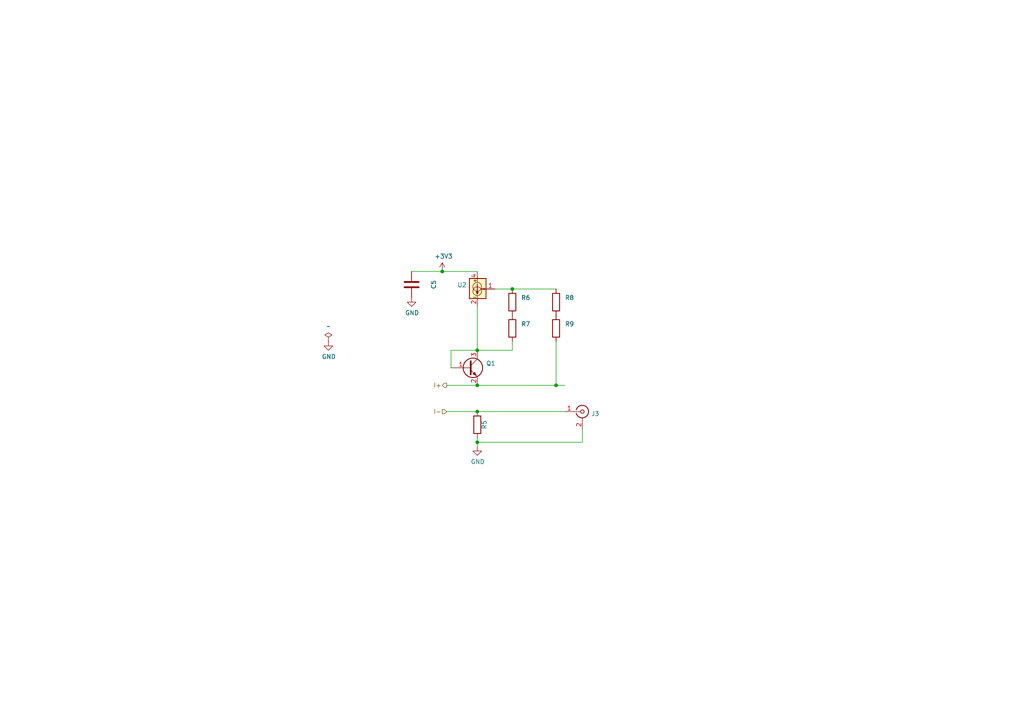
<source format=kicad_sch>
(kicad_sch (version 20211123) (generator eeschema)
  (paper "A4")
  (lib_symbols
    (symbol "0JLC-6:100nF" (pin_numbers hide) (pin_names (offset 0.254))
      (property "Reference" "C" (at 0.635 2.54 0))
      (property "Value" "100nF" (at 0.635 -2.54 0))
      (symbol "100nF_0_1"
        (polyline (pts (xy -2.032 -0.762) (xy 2.032 -0.762)) (stroke (width 0.508)))
        (polyline (pts (xy -2.032 0.762) (xy 2.032 0.762)) (stroke (width 0.508)))
      )
      (symbol "100nF_1_1"
        (pin passive line (at 0 3.81 270) (length 2.794) (name "~") (number "1"))
        (pin passive line (at 0 -3.81 90) (length 2.794) (name "~") (number "2"))
      )
    )
    (symbol "0JLC-6:MMCX-KE-STM" (pin_names (offset 1.016) hide)
      (property "Reference" "J" (at 0.254 3.048 0))
      (property "Value" "MMCX-KE-STM" (at 2.921 0 90))
      (symbol "MMCX-KE-STM_0_1"
        (arc (start -1.778 -0.508) (mid 0.2311 -1.8066) (end 1.778 0) (stroke (width 0.254)))
        (polyline (pts (xy -2.54 0) (xy -0.508 0)))
        (polyline (pts (xy 0 -2.54) (xy 0 -1.778)))
        (circle (center 0 0) (radius 0.508) (stroke (width 0.2032)))
        (arc (start 1.778 0) (mid 0.2099 1.8101) (end -1.778 0.508) (stroke (width 0.254)))
      )
      (symbol "MMCX-KE-STM_1_1"
        (pin passive line (at -5.08 0 0) (length 2.54) (name "In") (number "1"))
        (pin passive line (at 0 -5.08 90) (length 2.54) (name "Ext") (number "2"))
      )
    )
    (symbol "0JLC-6:R" (pin_numbers hide) (pin_names (offset 0))
      (property "Reference" "R" (at 2.032 0 90))
      (property "Value" "R" (at 0 0 90))
      (symbol "R_0_1"
        (rectangle (start -1.016 -2.54) (end 1.016 2.54) (stroke (width 0.254)))
      )
      (symbol "R_1_1"
        (pin passive line (at 0 3.81 270) (length 1.27) (name "~") (number "1"))
        (pin passive line (at 0 -3.81 90) (length 1.27) (name "~") (number "2"))
      )
    )
    (symbol "Device:R" (pin_numbers hide) (pin_names (offset 0))
      (property "Reference" "R" (at 2.032 0 90))
      (property "Value" "R" (at 0 0 90))
      (symbol "R_0_1"
        (rectangle (start -1.016 -2.54) (end 1.016 2.54) (stroke (width 0.254)))
      )
      (symbol "R_1_1"
        (pin passive line (at 0 3.81 270) (length 1.27) (name "~") (number "1"))
        (pin passive line (at 0 -3.81 90) (length 1.27) (name "~") (number "2"))
      )
    )
    (symbol "Reference_Current:LM334M"
      (property "Reference" "U" (at 0.635 6.35 0))
      (property "Value" "LM334M" (at 0.635 4.445 0))
      (symbol "LM334M_0_1"
        (rectangle (start -2.286 3.048) (end 2.54 -2.794) (stroke (width 0.254)) (fill (type background)))
        (circle (center 0 -0.635) (radius 1.27))
        (polyline (pts (xy -1.143 -2.413) (xy -0.381 -2.413)))
        (polyline (pts (xy -1.016 2.413) (xy -0.254 2.413)))
        (polyline (pts (xy -0.635 2.794) (xy -0.635 2.032)))
        (polyline (pts (xy 0 -1.905) (xy 0 -3.175)))
        (polyline (pts (xy 0 1.397) (xy 0 -1.397)) (stroke (width 0.254)))
        (polyline (pts (xy 0 3.81) (xy 0 1.905)))
        (polyline (pts (xy 5.08 0) (xy 1.27 0)))
        (polyline (pts (xy 0 -1.397) (xy -0.254 -0.889) (xy 0.254 -0.889) (xy 0 -1.397)) (stroke (width 0.254)))
        (polyline (pts (xy 1.27 0) (xy 2.159 0.254) (xy 2.159 -0.254) (xy 1.27 0)))
        (circle (center 0 0.635) (radius 1.27))
      )
      (symbol "LM334M_1_1"
        (pin passive line (at 5.08 0 180) (length 2.54) (name "~") (number "1"))
        (pin passive line (at 0 -5.08 90) (length 2.54) (name "~") (number "2"))
        (pin passive line (at 0 -5.08 90) (length 2.54) hide (name "~") (number "3"))
        (pin passive line (at 0 5.08 270) (length 2.54) (name "~") (number "4"))
        (pin passive line (at 0 -5.08 90) (length 2.54) hide (name "~") (number "6"))
        (pin passive line (at 0 -5.08 90) (length 2.54) hide (name "~") (number "7"))
      )
    )
    (symbol "Transistor_BJT:MMBT3904" (pin_names (offset 0) hide)
      (property "Reference" "Q" (at 5.08 1.905 0))
      (property "Value" "MMBT3904" (at 5.08 0 0))
      (symbol "MMBT3904_0_1"
        (polyline (pts (xy 0.635 0.635) (xy 2.54 2.54)))
        (polyline (pts (xy 0.635 -0.635) (xy 2.54 -2.54) (xy 2.54 -2.54)))
        (polyline (pts (xy 0.635 1.905) (xy 0.635 -1.905) (xy 0.635 -1.905)) (stroke (width 0.508)))
        (polyline (pts (xy 1.27 -1.778) (xy 1.778 -1.27) (xy 2.286 -2.286) (xy 1.27 -1.778) (xy 1.27 -1.778)) (fill (type outline)))
        (circle (center 1.27 0) (radius 2.8194) (stroke (width 0.254)))
      )
      (symbol "MMBT3904_1_1"
        (pin input line (at -5.08 0 0) (length 5.715) (name "B") (number "1"))
        (pin passive line (at 2.54 -5.08 90) (length 2.54) (name "E") (number "2"))
        (pin passive line (at 2.54 5.08 270) (length 2.54) (name "C") (number "3"))
      )
    )
    (symbol "power:+3.3V" (power) (pin_names (offset 0))
      (property "Value" "+3.3V" (at 0 3.556 0))
      (symbol "+3.3V_0_1"
        (polyline (pts (xy -0.762 1.27) (xy 0 2.54)))
        (polyline (pts (xy 0 0) (xy 0 2.54)))
        (polyline (pts (xy 0 2.54) (xy 0.762 1.27)))
      )
      (symbol "+3.3V_1_1"
        (pin power_in line (at 0 0 90) (length 0) hide (name "+3V3") (number "1"))
      )
    )
    (symbol "power:GND" (power) (pin_names (offset 0))
      (property "Value" "GND" (at 0 -3.81 0))
      (symbol "GND_0_1"
        (polyline (pts (xy 0 0) (xy 0 -1.27) (xy 1.27 -1.27) (xy 0 -2.54) (xy -1.27 -1.27) (xy 0 -1.27)))
      )
      (symbol "GND_1_1"
        (pin power_in line (at 0 0 270) (length 0) hide (name "GND") (number "1"))
      )
    )
    (symbol "power:PWR_FLAG" (power) (pin_numbers hide) (pin_names (offset 0) hide)
      (property "Value" "PWR_FLAG" (at 0 3.81 0))
      (symbol "PWR_FLAG_0_0"
        (pin power_out line (at 0 0 90) (length 0) (name "pwr") (number "1"))
      )
      (symbol "PWR_FLAG_0_1"
        (polyline (pts (xy 0 0) (xy 0 1.27) (xy -1.016 1.905) (xy 0 2.54) (xy 1.016 1.905) (xy 0 1.27)))
      )
    )
  )
  (junction (at 128.27 78.74))
  (junction (at 148.59 83.82))
  (junction (at 138.43 111.76))
  (junction (at 138.43 128.27))
  (junction (at 138.43 101.6))
  (junction (at 161.29 111.76))
  (junction (at 138.43 119.38))
  (wire (pts (xy 148.59 83.82) (xy 161.29 83.82)))
  (wire (pts (xy 143.51 83.82) (xy 148.59 83.82)))
  (wire (pts (xy 119.38 78.74) (xy 128.27 78.74)))
  (wire (pts (xy 168.91 128.27) (xy 168.91 124.46)))
  (wire (pts (xy 161.29 111.76) (xy 163.83 111.76)))
  (wire (pts (xy 129.54 111.76) (xy 138.43 111.76)))
  (wire (pts (xy 130.81 101.6) (xy 130.81 106.68)))
  (wire (pts (xy 138.43 111.76) (xy 161.29 111.76)))
  (wire (pts (xy 148.59 101.6) (xy 138.43 101.6)))
  (wire (pts (xy 138.43 128.27) (xy 168.91 128.27)))
  (wire (pts (xy 138.43 119.38) (xy 163.83 119.38)))
  (wire (pts (xy 138.43 101.6) (xy 130.81 101.6)))
  (wire (pts (xy 138.43 88.9) (xy 138.43 101.6)))
  (wire (pts (xy 138.43 127) (xy 138.43 128.27)))
  (wire (pts (xy 129.54 119.38) (xy 138.43 119.38)))
  (wire (pts (xy 128.27 78.74) (xy 138.43 78.74)))
  (wire (pts (xy 138.43 128.27) (xy 138.43 129.54)))
  (wire (pts (xy 161.29 99.06) (xy 161.29 111.76)))
  (wire (pts (xy 148.59 99.06) (xy 148.59 101.6)))
  (hierarchical_label "I+" (shape output) (at 129.54 111.76 180))
  (hierarchical_label "I-" (shape input) (at 129.54 119.38 180))
  (symbol (lib_id "power:GND") (at 95.25 99.06 0) (unit 1)
    (property "Reference" "#PWR09" (effects hide))
  )
  (symbol (lib_id "power:PWR_FLAG") (at 95.25 99.06 0) (unit 1)
    (property "Reference" "#FLG04" (effects hide))
  )
  (symbol (lib_id "Reference_Current:LM334M") (at 138.43 83.82 0) (unit 1)
    (property "Reference" "U2" (at 135.382 82.6516 0) (effects (justify right)))
    (property "Datasheet" "http://www.ti.com/lit/ds/symlink/lm134.pdf" (effects hide))
    (property "LCSC" "C7945" (effects hide))
    (property "MPN" "LM334MX/NOPB" (effects hide))
  )
  (symbol (lib_id "power:+3.3V") (at 128.27 78.74 0) (unit 1)
    (property "Reference" "#PWR011" (effects hide))
  )
  (symbol (lib_id "power:GND") (at 138.43 129.54 0) (unit 1)
    (property "Reference" "#PWR012" (effects hide))
  )
  (symbol (lib_id "0JLC-6:MMCX-KE-STM") (at 168.91 119.38 0) (unit 1)
    (property "Reference" "J3" (at 171.45 120.015 0) (effects (justify left)))
    (property "Datasheet" " ~" (effects hide))
    (property "LCSC" "C2898970" (effects hide))
    (property "MPN" "KH-MMCX-KE-STM" (effects hide))
  )
  (symbol (lib_id "0JLC-6:100nF") (at 119.38 82.55 180) (unit 1)
    (property "Reference" "C5" (at 125.7808 82.55 90))
    (property "LCSC" "C14663" (effects hide))
    (property "MPN" "CC0603KRX7R9BB104" (effects hide))
  )
  (symbol (lib_id "power:GND") (at 119.38 86.36 0) (unit 1)
    (property "Reference" "#PWR010" (effects hide))
  )
  (symbol (lib_id "Device:R") (at 138.43 123.19 0) (unit 1)
    (property "Reference" "R5" (at 140.462 123.19 90))
    (property "MFR" "Viking" (effects hide))
    (property "MPN" "PTFR0402B100KN9" (effects hide))
    (property "LCSC" "C328415" (effects hide))
  )
  (symbol (lib_id "Transistor_BJT:MMBT3904") (at 135.89 106.68 0) (unit 1)
    (property "Reference" "Q1" (at 140.97 105.4099 0) (effects (justify left)))
    (property "Datasheet" "https://www.onsemi.com/pub/Collateral/2N3903-D.PDF" (effects hide))
  )
  (symbol (lib_id "0JLC-6:R") (at 161.29 95.25 0) (unit 1)
    (property "Reference" "R9" (at 163.83 93.9799 0) (effects (justify left)))
  )
  (symbol (lib_id "0JLC-6:R") (at 148.59 87.63 0) (unit 1)
    (property "Reference" "R6" (at 151.13 86.3599 0) (effects (justify left)))
  )
  (symbol (lib_id "0JLC-6:R") (at 148.59 95.25 0) (unit 1)
    (property "Reference" "R7" (at 151.13 93.9799 0) (effects (justify left)))
  )
  (symbol (lib_id "0JLC-6:R") (at 161.29 87.63 0) (unit 1)
    (property "Reference" "R8" (at 163.83 86.3599 0) (effects (justify left)))
  )
)
</source>
